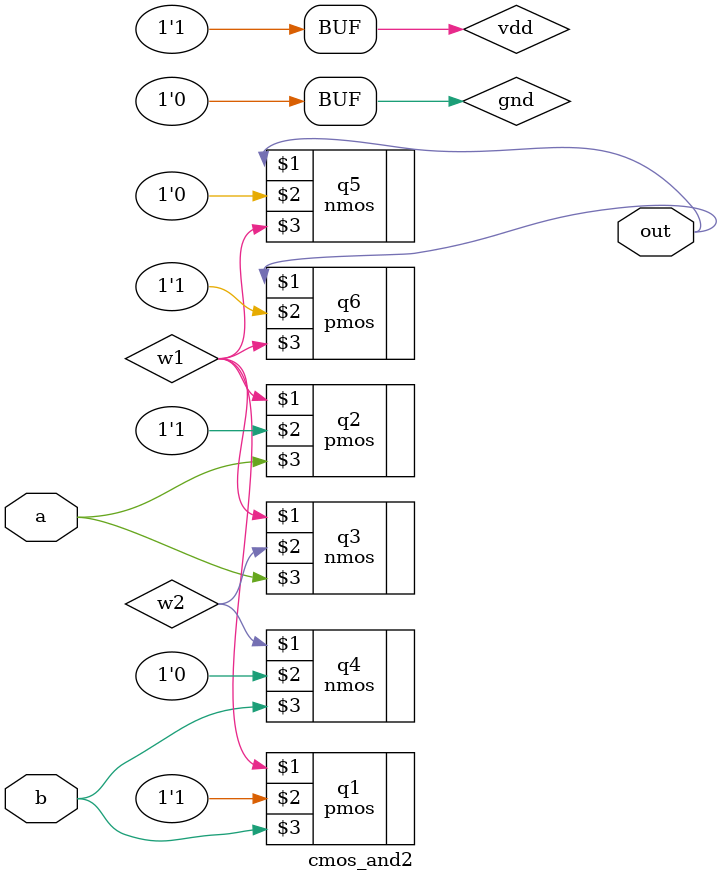
<source format=v>
module cmos_and2(input a, b, output out);
	wire w1, w2;
	supply1 vdd;
	supply0 gnd;

	pmos q1(w1, vdd, b);
	pmos q2(w1, vdd, a);

	nmos q3(w1, w2, a);
	nmos q4(w2, gnd, b);

	nmos q5(out, gnd, w1);
	pmos q6(out, vdd, w1);
endmodule


</source>
